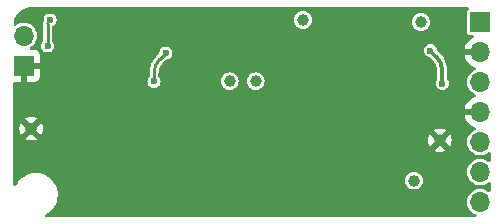
<source format=gbr>
%TF.GenerationSoftware,KiCad,Pcbnew,8.0.7*%
%TF.CreationDate,2025-01-02T14:00:46+01:00*%
%TF.ProjectId,av-to-minitel,61762d74-6f2d-46d6-996e-6974656c2e6b,v0.1*%
%TF.SameCoordinates,Original*%
%TF.FileFunction,Copper,L2,Bot*%
%TF.FilePolarity,Positive*%
%FSLAX46Y46*%
G04 Gerber Fmt 4.6, Leading zero omitted, Abs format (unit mm)*
G04 Created by KiCad (PCBNEW 8.0.7) date 2025-01-02 14:00:46*
%MOMM*%
%LPD*%
G01*
G04 APERTURE LIST*
%TA.AperFunction,ComponentPad*%
%ADD10C,1.000000*%
%TD*%
%TA.AperFunction,ComponentPad*%
%ADD11R,1.700000X1.700000*%
%TD*%
%TA.AperFunction,ComponentPad*%
%ADD12O,1.700000X1.700000*%
%TD*%
%TA.AperFunction,ViaPad*%
%ADD13C,0.600000*%
%TD*%
%TA.AperFunction,Conductor*%
%ADD14C,0.350000*%
%TD*%
%TA.AperFunction,Conductor*%
%ADD15C,0.250000*%
%TD*%
G04 APERTURE END LIST*
D10*
%TO.P,TP3,1,1*%
%TO.N,Net-(U1-COMPOSITESYNCIN)*%
X115000000Y-81200000D03*
%TD*%
%TO.P,TP6,1,1*%
%TO.N,GND*%
X130600000Y-86200000D03*
%TD*%
D11*
%TO.P,J2,1,Pin_1*%
%TO.N,minitel_video_in*%
X134025000Y-76175000D03*
D12*
%TO.P,J2,2,Pin_2*%
%TO.N,GND*%
X134025000Y-78715000D03*
%TO.P,J2,3,Pin_3*%
%TO.N,minitel_sync_in*%
X134025000Y-81255000D03*
%TO.P,J2,4,Pin_4*%
%TO.N,GND*%
X134025000Y-83795000D03*
%TO.P,J2,5,Pin_5*%
%TO.N,unconnected-(J2-Pin_5-Pad5)*%
X134025000Y-86335000D03*
%TO.P,J2,6,Pin_6*%
%TO.N,unconnected-(J2-Pin_6-Pad6)*%
X134025000Y-88875000D03*
%TO.P,J2,7,Pin_7*%
%TO.N,+15V*%
X134025000Y-91415000D03*
%TD*%
D11*
%TO.P,J1,1,Pin_1*%
%TO.N,GND*%
X95375000Y-79875000D03*
D12*
%TO.P,J1,2,Pin_2*%
%TO.N,comp_video_in*%
X95375000Y-77335000D03*
%TD*%
D10*
%TO.P,TP1,1,1*%
%TO.N,+12V*%
X128400000Y-89600000D03*
%TD*%
%TO.P,TP5,1,1*%
%TO.N,minitel_video_in*%
X129000000Y-76175000D03*
%TD*%
%TO.P,TP2,1,1*%
%TO.N,Net-(Q1-C)*%
X119000000Y-76000000D03*
%TD*%
%TO.P,TP7,1,1*%
%TO.N,GND*%
X96000000Y-85200000D03*
%TD*%
%TO.P,TP4,1,1*%
%TO.N,Net-(D2-K)*%
X112800000Y-81200000D03*
%TD*%
D13*
%TO.N,GND*%
X130465952Y-88291750D03*
X127925952Y-75591750D03*
X117765952Y-88291750D03*
X115225952Y-85751750D03*
X110145952Y-90831750D03*
X107605952Y-90831750D03*
X107605952Y-88291750D03*
X105065952Y-90831750D03*
X97445952Y-88291750D03*
X97445952Y-85751750D03*
X97445952Y-83211750D03*
X102600000Y-88000000D03*
X113200000Y-90800000D03*
X120400000Y-78000000D03*
X121000000Y-91800000D03*
X123800000Y-87800000D03*
X102200000Y-82600000D03*
X122400000Y-90200000D03*
X113000000Y-89000000D03*
X121400000Y-83000000D03*
X121800000Y-86200000D03*
X103600000Y-89200000D03*
X111000000Y-87600000D03*
X126000000Y-84000000D03*
%TO.N,+12V*%
X130800000Y-81400000D03*
X129800000Y-78600000D03*
%TO.N,minitel_sync_in*%
X107400000Y-78800000D03*
X106400000Y-81200000D03*
%TO.N,Net-(Q1-C)*%
X97400000Y-78200000D03*
X97600000Y-76000000D03*
%TD*%
D14*
%TO.N,+12V*%
X129800000Y-78600000D02*
X130300000Y-79100000D01*
X130800000Y-80307106D02*
X130800000Y-81400000D01*
X130300000Y-79100000D02*
G75*
G02*
X130799997Y-80307106I-1207100J-1207100D01*
G01*
D15*
%TO.N,minitel_sync_in*%
X106400000Y-81200000D02*
X106400000Y-80500000D01*
X106894974Y-79305025D02*
X107400000Y-78800000D01*
X106894974Y-79305025D02*
G75*
G03*
X106399985Y-80500000I1194926J-1194975D01*
G01*
%TO.N,Net-(Q1-C)*%
X97400000Y-78200000D02*
X97400000Y-76341421D01*
X97600000Y-76000000D02*
X97500000Y-76100000D01*
X97500000Y-76100000D02*
G75*
G03*
X97400009Y-76341421I241400J-241400D01*
G01*
%TD*%
%TA.AperFunction,Conductor*%
%TO.N,GND*%
G36*
X133017686Y-74920185D02*
G01*
X133063441Y-74972989D01*
X133073385Y-75042147D01*
X133044360Y-75105703D01*
X133019538Y-75127602D01*
X132994399Y-75144398D01*
X132939033Y-75227260D01*
X132939032Y-75227264D01*
X132924500Y-75300321D01*
X132924500Y-77049678D01*
X132939032Y-77122735D01*
X132939033Y-77122739D01*
X132939034Y-77122740D01*
X132994399Y-77205601D01*
X133077260Y-77260966D01*
X133077264Y-77260967D01*
X133150321Y-77275499D01*
X133150324Y-77275500D01*
X133150326Y-77275500D01*
X133358318Y-77275500D01*
X133425357Y-77295185D01*
X133471112Y-77347989D01*
X133481056Y-77417147D01*
X133452031Y-77480703D01*
X133410723Y-77511882D01*
X133347422Y-77541399D01*
X133347420Y-77541400D01*
X133153926Y-77676886D01*
X133153920Y-77676891D01*
X132986891Y-77843920D01*
X132986886Y-77843926D01*
X132851400Y-78037420D01*
X132851399Y-78037422D01*
X132751570Y-78251507D01*
X132751567Y-78251513D01*
X132694364Y-78464999D01*
X132694364Y-78465000D01*
X133591988Y-78465000D01*
X133559075Y-78522007D01*
X133525000Y-78649174D01*
X133525000Y-78780826D01*
X133559075Y-78907993D01*
X133591988Y-78965000D01*
X132694364Y-78965000D01*
X132751567Y-79178486D01*
X132751570Y-79178492D01*
X132851399Y-79392578D01*
X132986894Y-79586082D01*
X133153917Y-79753105D01*
X133347421Y-79888600D01*
X133561507Y-79988429D01*
X133561516Y-79988433D01*
X133600583Y-79998901D01*
X133660244Y-80035266D01*
X133690773Y-80098113D01*
X133682479Y-80167488D01*
X133637993Y-80221366D01*
X133613284Y-80234302D01*
X133532373Y-80265647D01*
X133532357Y-80265655D01*
X133358960Y-80373017D01*
X133358958Y-80373019D01*
X133208237Y-80510418D01*
X133085327Y-80673178D01*
X132994422Y-80855739D01*
X132994417Y-80855752D01*
X132938602Y-81051917D01*
X132919785Y-81254999D01*
X132919785Y-81255000D01*
X132938602Y-81458082D01*
X132994417Y-81654247D01*
X132994422Y-81654260D01*
X133085327Y-81836821D01*
X133208237Y-81999581D01*
X133358958Y-82136980D01*
X133358960Y-82136982D01*
X133458141Y-82198392D01*
X133532363Y-82244348D01*
X133613283Y-82275696D01*
X133668685Y-82318269D01*
X133692276Y-82384035D01*
X133676565Y-82452116D01*
X133626542Y-82500895D01*
X133600586Y-82511097D01*
X133561519Y-82521565D01*
X133561507Y-82521570D01*
X133347422Y-82621399D01*
X133347420Y-82621400D01*
X133153926Y-82756886D01*
X133153920Y-82756891D01*
X132986891Y-82923920D01*
X132986886Y-82923926D01*
X132851400Y-83117420D01*
X132851399Y-83117422D01*
X132751570Y-83331507D01*
X132751567Y-83331513D01*
X132694364Y-83544999D01*
X132694364Y-83545000D01*
X133591988Y-83545000D01*
X133559075Y-83602007D01*
X133525000Y-83729174D01*
X133525000Y-83860826D01*
X133559075Y-83987993D01*
X133591988Y-84045000D01*
X132694364Y-84045000D01*
X132751567Y-84258486D01*
X132751570Y-84258492D01*
X132851399Y-84472578D01*
X132986894Y-84666082D01*
X133153917Y-84833105D01*
X133347421Y-84968600D01*
X133561507Y-85068429D01*
X133561516Y-85068433D01*
X133600583Y-85078901D01*
X133660244Y-85115266D01*
X133690773Y-85178113D01*
X133682479Y-85247488D01*
X133637993Y-85301366D01*
X133613284Y-85314302D01*
X133532373Y-85345647D01*
X133532357Y-85345655D01*
X133358960Y-85453017D01*
X133358958Y-85453019D01*
X133208237Y-85590418D01*
X133085327Y-85753178D01*
X132994422Y-85935739D01*
X132994417Y-85935752D01*
X132938602Y-86131917D01*
X132919785Y-86334999D01*
X132919785Y-86335000D01*
X132938602Y-86538082D01*
X132994417Y-86734247D01*
X132994422Y-86734260D01*
X133085327Y-86916821D01*
X133208237Y-87079581D01*
X133358958Y-87216980D01*
X133358960Y-87216982D01*
X133458141Y-87278392D01*
X133532363Y-87324348D01*
X133722544Y-87398024D01*
X133923024Y-87435500D01*
X133923026Y-87435500D01*
X134126974Y-87435500D01*
X134126976Y-87435500D01*
X134327456Y-87398024D01*
X134517637Y-87324348D01*
X134691041Y-87216981D01*
X134691955Y-87216147D01*
X134692491Y-87215886D01*
X134695615Y-87213527D01*
X134696076Y-87214137D01*
X134754756Y-87185525D01*
X134824144Y-87193718D01*
X134878087Y-87238123D01*
X134899460Y-87304643D01*
X134899500Y-87307778D01*
X134899500Y-87902221D01*
X134879815Y-87969260D01*
X134827011Y-88015015D01*
X134757853Y-88024959D01*
X134694297Y-87995934D01*
X134691964Y-87993860D01*
X134691041Y-87993019D01*
X134691039Y-87993017D01*
X134517642Y-87885655D01*
X134517635Y-87885651D01*
X134422546Y-87848814D01*
X134327456Y-87811976D01*
X134126976Y-87774500D01*
X133923024Y-87774500D01*
X133722544Y-87811976D01*
X133722541Y-87811976D01*
X133722541Y-87811977D01*
X133532364Y-87885651D01*
X133532357Y-87885655D01*
X133358960Y-87993017D01*
X133358958Y-87993019D01*
X133208237Y-88130418D01*
X133085327Y-88293178D01*
X132994422Y-88475739D01*
X132994417Y-88475752D01*
X132938602Y-88671917D01*
X132919785Y-88874999D01*
X132919785Y-88875000D01*
X132938602Y-89078082D01*
X132994417Y-89274247D01*
X132994422Y-89274260D01*
X133085327Y-89456821D01*
X133208237Y-89619581D01*
X133358958Y-89756980D01*
X133358960Y-89756982D01*
X133458141Y-89818392D01*
X133532363Y-89864348D01*
X133722544Y-89938024D01*
X133923024Y-89975500D01*
X133923026Y-89975500D01*
X134126974Y-89975500D01*
X134126976Y-89975500D01*
X134327456Y-89938024D01*
X134517637Y-89864348D01*
X134691041Y-89756981D01*
X134691955Y-89756147D01*
X134692491Y-89755886D01*
X134695615Y-89753527D01*
X134696076Y-89754137D01*
X134754756Y-89725525D01*
X134824144Y-89733718D01*
X134878087Y-89778123D01*
X134899460Y-89844643D01*
X134899500Y-89847778D01*
X134899500Y-90442221D01*
X134879815Y-90509260D01*
X134827011Y-90555015D01*
X134757853Y-90564959D01*
X134694297Y-90535934D01*
X134691964Y-90533860D01*
X134691041Y-90533019D01*
X134691039Y-90533017D01*
X134517642Y-90425655D01*
X134517635Y-90425651D01*
X134422546Y-90388814D01*
X134327456Y-90351976D01*
X134126976Y-90314500D01*
X133923024Y-90314500D01*
X133722544Y-90351976D01*
X133722541Y-90351976D01*
X133722541Y-90351977D01*
X133532364Y-90425651D01*
X133532357Y-90425655D01*
X133358960Y-90533017D01*
X133358958Y-90533019D01*
X133208237Y-90670418D01*
X133085327Y-90833178D01*
X132994422Y-91015739D01*
X132994417Y-91015752D01*
X132938602Y-91211917D01*
X132919785Y-91414999D01*
X132919785Y-91415000D01*
X132938602Y-91618082D01*
X132994417Y-91814247D01*
X132994422Y-91814260D01*
X133085327Y-91996821D01*
X133208237Y-92159581D01*
X133358958Y-92296980D01*
X133358960Y-92296982D01*
X133431564Y-92341936D01*
X133532363Y-92404348D01*
X133620354Y-92438435D01*
X133639015Y-92445665D01*
X133694417Y-92488238D01*
X133718007Y-92554005D01*
X133702296Y-92622086D01*
X133652272Y-92670864D01*
X133603067Y-92684976D01*
X133404418Y-92699184D01*
X133395572Y-92699500D01*
X97272899Y-92699500D01*
X97205860Y-92679815D01*
X97160105Y-92627011D01*
X97150161Y-92557853D01*
X97179186Y-92494297D01*
X97216729Y-92465311D01*
X97216696Y-92465254D01*
X97217121Y-92465008D01*
X97218052Y-92464290D01*
X97220203Y-92463228D01*
X97220204Y-92463227D01*
X97220212Y-92463224D01*
X97430289Y-92341936D01*
X97622738Y-92194265D01*
X97794265Y-92022738D01*
X97941936Y-91830289D01*
X98063224Y-91620212D01*
X98156054Y-91396100D01*
X98218838Y-91161789D01*
X98250500Y-90921288D01*
X98250500Y-90678712D01*
X98249408Y-90670421D01*
X98231319Y-90533017D01*
X98218838Y-90438211D01*
X98156054Y-90203900D01*
X98063224Y-89979788D01*
X97941936Y-89769711D01*
X97881018Y-89690321D01*
X97811710Y-89599997D01*
X127644751Y-89599997D01*
X127644751Y-89600002D01*
X127663685Y-89768056D01*
X127719545Y-89927694D01*
X127719547Y-89927697D01*
X127809518Y-90070884D01*
X127809523Y-90070890D01*
X127929109Y-90190476D01*
X127929115Y-90190481D01*
X128072302Y-90280452D01*
X128072305Y-90280454D01*
X128072309Y-90280455D01*
X128072310Y-90280456D01*
X128144913Y-90305860D01*
X128231943Y-90336314D01*
X128399997Y-90355249D01*
X128400000Y-90355249D01*
X128400003Y-90355249D01*
X128568056Y-90336314D01*
X128630397Y-90314500D01*
X128727690Y-90280456D01*
X128727692Y-90280454D01*
X128727694Y-90280454D01*
X128727697Y-90280452D01*
X128870884Y-90190481D01*
X128870885Y-90190480D01*
X128870890Y-90190477D01*
X128990477Y-90070890D01*
X129016567Y-90029368D01*
X129080452Y-89927697D01*
X129080454Y-89927694D01*
X129080454Y-89927692D01*
X129080456Y-89927690D01*
X129136313Y-89768059D01*
X129136313Y-89768058D01*
X129136314Y-89768056D01*
X129155249Y-89600002D01*
X129155249Y-89599997D01*
X129136314Y-89431943D01*
X129080454Y-89272305D01*
X129080452Y-89272302D01*
X128990481Y-89129115D01*
X128990476Y-89129109D01*
X128870890Y-89009523D01*
X128870884Y-89009518D01*
X128727697Y-88919547D01*
X128727694Y-88919545D01*
X128568056Y-88863685D01*
X128400003Y-88844751D01*
X128399997Y-88844751D01*
X128231943Y-88863685D01*
X128072305Y-88919545D01*
X128072302Y-88919547D01*
X127929115Y-89009518D01*
X127929109Y-89009523D01*
X127809523Y-89129109D01*
X127809518Y-89129115D01*
X127719547Y-89272302D01*
X127719545Y-89272305D01*
X127663685Y-89431943D01*
X127644751Y-89599997D01*
X97811710Y-89599997D01*
X97794266Y-89577263D01*
X97794260Y-89577256D01*
X97622743Y-89405739D01*
X97622736Y-89405733D01*
X97430293Y-89258067D01*
X97430292Y-89258066D01*
X97430289Y-89258064D01*
X97220212Y-89136776D01*
X97201705Y-89129110D01*
X96996104Y-89043947D01*
X96761785Y-88981161D01*
X96521289Y-88949500D01*
X96521288Y-88949500D01*
X96278712Y-88949500D01*
X96278711Y-88949500D01*
X96038214Y-88981161D01*
X95803895Y-89043947D01*
X95579794Y-89136773D01*
X95579785Y-89136777D01*
X95369706Y-89258067D01*
X95177263Y-89405733D01*
X95177256Y-89405739D01*
X95005739Y-89577256D01*
X95005733Y-89577263D01*
X94858067Y-89769706D01*
X94736775Y-89979788D01*
X94735707Y-89981955D01*
X94735218Y-89982486D01*
X94734746Y-89983304D01*
X94734562Y-89983198D01*
X94688396Y-90033370D01*
X94620799Y-90051045D01*
X94554377Y-90029368D01*
X94510218Y-89975222D01*
X94500500Y-89927100D01*
X94500500Y-87062075D01*
X130091476Y-87062075D01*
X130215462Y-87128348D01*
X130403969Y-87185531D01*
X130403965Y-87185531D01*
X130600000Y-87204838D01*
X130796032Y-87185531D01*
X130984537Y-87128348D01*
X131108523Y-87062076D01*
X131108523Y-87062075D01*
X130600001Y-86553553D01*
X130600000Y-86553553D01*
X130091476Y-87062075D01*
X94500500Y-87062075D01*
X94500500Y-86062075D01*
X95491476Y-86062075D01*
X95615462Y-86128348D01*
X95803969Y-86185531D01*
X95803965Y-86185531D01*
X96000000Y-86204838D01*
X96049122Y-86200000D01*
X129595161Y-86200000D01*
X129614468Y-86396032D01*
X129671651Y-86584539D01*
X129737922Y-86708523D01*
X129737923Y-86708523D01*
X130246446Y-86200000D01*
X130246446Y-86199999D01*
X130196719Y-86150272D01*
X130350000Y-86150272D01*
X130350000Y-86249728D01*
X130388060Y-86341614D01*
X130458386Y-86411940D01*
X130550272Y-86450000D01*
X130649728Y-86450000D01*
X130741614Y-86411940D01*
X130811940Y-86341614D01*
X130850000Y-86249728D01*
X130850000Y-86199999D01*
X130953553Y-86199999D01*
X130953553Y-86200000D01*
X131462076Y-86708523D01*
X131528348Y-86584537D01*
X131585531Y-86396032D01*
X131604838Y-86200000D01*
X131585531Y-86003967D01*
X131528348Y-85815462D01*
X131462075Y-85691476D01*
X130953553Y-86199999D01*
X130850000Y-86199999D01*
X130850000Y-86150272D01*
X130811940Y-86058386D01*
X130741614Y-85988060D01*
X130649728Y-85950000D01*
X130550272Y-85950000D01*
X130458386Y-85988060D01*
X130388060Y-86058386D01*
X130350000Y-86150272D01*
X130196719Y-86150272D01*
X129737923Y-85691476D01*
X129671649Y-85815466D01*
X129614468Y-86003967D01*
X129595161Y-86200000D01*
X96049122Y-86200000D01*
X96196032Y-86185531D01*
X96384537Y-86128348D01*
X96508523Y-86062076D01*
X96508523Y-86062075D01*
X96000001Y-85553553D01*
X96000000Y-85553553D01*
X95491476Y-86062075D01*
X94500500Y-86062075D01*
X94500500Y-85200000D01*
X94995161Y-85200000D01*
X95014468Y-85396032D01*
X95071651Y-85584539D01*
X95137922Y-85708523D01*
X95137923Y-85708523D01*
X95646446Y-85200000D01*
X95646446Y-85199999D01*
X95596719Y-85150272D01*
X95750000Y-85150272D01*
X95750000Y-85249728D01*
X95788060Y-85341614D01*
X95858386Y-85411940D01*
X95950272Y-85450000D01*
X96049728Y-85450000D01*
X96141614Y-85411940D01*
X96211940Y-85341614D01*
X96250000Y-85249728D01*
X96250000Y-85199999D01*
X96353553Y-85199999D01*
X96353553Y-85200000D01*
X96862075Y-85708523D01*
X96862076Y-85708523D01*
X96928348Y-85584537D01*
X96985531Y-85396032D01*
X96991254Y-85337923D01*
X130091476Y-85337923D01*
X130600000Y-85846446D01*
X130600001Y-85846446D01*
X131108523Y-85337923D01*
X131108523Y-85337922D01*
X130984539Y-85271651D01*
X130796030Y-85214468D01*
X130796034Y-85214468D01*
X130600000Y-85195161D01*
X130403967Y-85214468D01*
X130215466Y-85271649D01*
X130091476Y-85337923D01*
X96991254Y-85337923D01*
X97004838Y-85200000D01*
X96985531Y-85003967D01*
X96928348Y-84815462D01*
X96862075Y-84691476D01*
X96353553Y-85199999D01*
X96250000Y-85199999D01*
X96250000Y-85150272D01*
X96211940Y-85058386D01*
X96141614Y-84988060D01*
X96049728Y-84950000D01*
X95950272Y-84950000D01*
X95858386Y-84988060D01*
X95788060Y-85058386D01*
X95750000Y-85150272D01*
X95596719Y-85150272D01*
X95137923Y-84691476D01*
X95071649Y-84815466D01*
X95014468Y-85003967D01*
X94995161Y-85200000D01*
X94500500Y-85200000D01*
X94500500Y-84337923D01*
X95491476Y-84337923D01*
X96000000Y-84846446D01*
X96000001Y-84846446D01*
X96508523Y-84337923D01*
X96508523Y-84337922D01*
X96384539Y-84271651D01*
X96196030Y-84214468D01*
X96196034Y-84214468D01*
X96000000Y-84195161D01*
X95803967Y-84214468D01*
X95615466Y-84271649D01*
X95491476Y-84337923D01*
X94500500Y-84337923D01*
X94500500Y-81349000D01*
X94520185Y-81281961D01*
X94572989Y-81236206D01*
X94624500Y-81225000D01*
X95125000Y-81225000D01*
X95125000Y-80308012D01*
X95182007Y-80340925D01*
X95309174Y-80375000D01*
X95440826Y-80375000D01*
X95567993Y-80340925D01*
X95625000Y-80308012D01*
X95625000Y-81225000D01*
X96272828Y-81225000D01*
X96272844Y-81224999D01*
X96332372Y-81218598D01*
X96332379Y-81218596D01*
X96382238Y-81200000D01*
X105844750Y-81200000D01*
X105852160Y-81256287D01*
X105863670Y-81343708D01*
X105863671Y-81343712D01*
X105919137Y-81477622D01*
X105919138Y-81477624D01*
X105919139Y-81477625D01*
X106007379Y-81592621D01*
X106122375Y-81680861D01*
X106256291Y-81736330D01*
X106383280Y-81753048D01*
X106399999Y-81755250D01*
X106400000Y-81755250D01*
X106400001Y-81755250D01*
X106414977Y-81753278D01*
X106543709Y-81736330D01*
X106677625Y-81680861D01*
X106792621Y-81592621D01*
X106880861Y-81477625D01*
X106936330Y-81343709D01*
X106955250Y-81200000D01*
X106955250Y-81199997D01*
X112044751Y-81199997D01*
X112044751Y-81200002D01*
X112063685Y-81368056D01*
X112119545Y-81527694D01*
X112119547Y-81527697D01*
X112209518Y-81670884D01*
X112209523Y-81670890D01*
X112329109Y-81790476D01*
X112329115Y-81790481D01*
X112472302Y-81880452D01*
X112472305Y-81880454D01*
X112472309Y-81880455D01*
X112472310Y-81880456D01*
X112544913Y-81905860D01*
X112631943Y-81936314D01*
X112799997Y-81955249D01*
X112800000Y-81955249D01*
X112800003Y-81955249D01*
X112968056Y-81936314D01*
X113005751Y-81923124D01*
X113127690Y-81880456D01*
X113127692Y-81880454D01*
X113127694Y-81880454D01*
X113127697Y-81880452D01*
X113270884Y-81790481D01*
X113270885Y-81790480D01*
X113270890Y-81790477D01*
X113390477Y-81670890D01*
X113390481Y-81670884D01*
X113480452Y-81527697D01*
X113480454Y-81527694D01*
X113480454Y-81527692D01*
X113480456Y-81527690D01*
X113536313Y-81368059D01*
X113536313Y-81368058D01*
X113536314Y-81368056D01*
X113555249Y-81200002D01*
X113555249Y-81199997D01*
X114244751Y-81199997D01*
X114244751Y-81200002D01*
X114263685Y-81368056D01*
X114319545Y-81527694D01*
X114319547Y-81527697D01*
X114409518Y-81670884D01*
X114409523Y-81670890D01*
X114529109Y-81790476D01*
X114529115Y-81790481D01*
X114672302Y-81880452D01*
X114672305Y-81880454D01*
X114672309Y-81880455D01*
X114672310Y-81880456D01*
X114744913Y-81905860D01*
X114831943Y-81936314D01*
X114999997Y-81955249D01*
X115000000Y-81955249D01*
X115000003Y-81955249D01*
X115168056Y-81936314D01*
X115205751Y-81923124D01*
X115327690Y-81880456D01*
X115327692Y-81880454D01*
X115327694Y-81880454D01*
X115327697Y-81880452D01*
X115470884Y-81790481D01*
X115470885Y-81790480D01*
X115470890Y-81790477D01*
X115590477Y-81670890D01*
X115590481Y-81670884D01*
X115680452Y-81527697D01*
X115680454Y-81527694D01*
X115680454Y-81527692D01*
X115680456Y-81527690D01*
X115736313Y-81368059D01*
X115736313Y-81368058D01*
X115736314Y-81368056D01*
X115755249Y-81200002D01*
X115755249Y-81199997D01*
X115736314Y-81031943D01*
X115680454Y-80872305D01*
X115680452Y-80872302D01*
X115590481Y-80729115D01*
X115590476Y-80729109D01*
X115470890Y-80609523D01*
X115470884Y-80609518D01*
X115327697Y-80519547D01*
X115327694Y-80519545D01*
X115168056Y-80463685D01*
X115000003Y-80444751D01*
X114999997Y-80444751D01*
X114831943Y-80463685D01*
X114672305Y-80519545D01*
X114672302Y-80519547D01*
X114529115Y-80609518D01*
X114529109Y-80609523D01*
X114409523Y-80729109D01*
X114409518Y-80729115D01*
X114319547Y-80872302D01*
X114319545Y-80872305D01*
X114263685Y-81031943D01*
X114244751Y-81199997D01*
X113555249Y-81199997D01*
X113536314Y-81031943D01*
X113480454Y-80872305D01*
X113480452Y-80872302D01*
X113390481Y-80729115D01*
X113390476Y-80729109D01*
X113270890Y-80609523D01*
X113270884Y-80609518D01*
X113127697Y-80519547D01*
X113127694Y-80519545D01*
X112968056Y-80463685D01*
X112800003Y-80444751D01*
X112799997Y-80444751D01*
X112631943Y-80463685D01*
X112472305Y-80519545D01*
X112472302Y-80519547D01*
X112329115Y-80609518D01*
X112329109Y-80609523D01*
X112209523Y-80729109D01*
X112209518Y-80729115D01*
X112119547Y-80872302D01*
X112119545Y-80872305D01*
X112063685Y-81031943D01*
X112044751Y-81199997D01*
X106955250Y-81199997D01*
X106936330Y-81056291D01*
X106880861Y-80922375D01*
X106801123Y-80818459D01*
X106775930Y-80753291D01*
X106775500Y-80742974D01*
X106775500Y-80504066D01*
X106775765Y-80495957D01*
X106781729Y-80404959D01*
X106786214Y-80336525D01*
X106788329Y-80320468D01*
X106818705Y-80167762D01*
X106822896Y-80152117D01*
X106872945Y-80004683D01*
X106879152Y-79989700D01*
X106907130Y-79932968D01*
X106948014Y-79850064D01*
X106956123Y-79836022D01*
X106974063Y-79809174D01*
X107042622Y-79706571D01*
X107052478Y-79693728D01*
X107157996Y-79573412D01*
X107163511Y-79567525D01*
X107198663Y-79532374D01*
X107198663Y-79532373D01*
X107205724Y-79525313D01*
X107205730Y-79525306D01*
X107342352Y-79388683D01*
X107403673Y-79355200D01*
X107413839Y-79353427D01*
X107543709Y-79336330D01*
X107677625Y-79280861D01*
X107792621Y-79192621D01*
X107880861Y-79077625D01*
X107936330Y-78943709D01*
X107955250Y-78800000D01*
X107936330Y-78656291D01*
X107913014Y-78600000D01*
X129244750Y-78600000D01*
X129262698Y-78736329D01*
X129263670Y-78743708D01*
X129263671Y-78743712D01*
X129319137Y-78877622D01*
X129319138Y-78877624D01*
X129319139Y-78877625D01*
X129407379Y-78992621D01*
X129522375Y-79080861D01*
X129656291Y-79136330D01*
X129704719Y-79142705D01*
X129768615Y-79170971D01*
X129776215Y-79177963D01*
X129995676Y-79397424D01*
X130002285Y-79404573D01*
X130111435Y-79532372D01*
X130123397Y-79546377D01*
X130134830Y-79562114D01*
X130173367Y-79625000D01*
X130229712Y-79716947D01*
X130238545Y-79734283D01*
X130308037Y-79902050D01*
X130314050Y-79920556D01*
X130356440Y-80097127D01*
X130359484Y-80116346D01*
X130374117Y-80302285D01*
X130374499Y-80312013D01*
X130374499Y-80378269D01*
X130374500Y-80378282D01*
X130374500Y-81008134D01*
X130354815Y-81075173D01*
X130348876Y-81083620D01*
X130319138Y-81122374D01*
X130263671Y-81256287D01*
X130263670Y-81256291D01*
X130244750Y-81399999D01*
X130244750Y-81400000D01*
X130263670Y-81543708D01*
X130263671Y-81543712D01*
X130319137Y-81677622D01*
X130319138Y-81677624D01*
X130319139Y-81677625D01*
X130407379Y-81792621D01*
X130522375Y-81880861D01*
X130656291Y-81936330D01*
X130783280Y-81953048D01*
X130799999Y-81955250D01*
X130800000Y-81955250D01*
X130800001Y-81955250D01*
X130814977Y-81953278D01*
X130943709Y-81936330D01*
X131077625Y-81880861D01*
X131192621Y-81792621D01*
X131280861Y-81677625D01*
X131336330Y-81543709D01*
X131355250Y-81400000D01*
X131336330Y-81256291D01*
X131280861Y-81122375D01*
X131280861Y-81122374D01*
X131251124Y-81083620D01*
X131225930Y-81018450D01*
X131225500Y-81008134D01*
X131225500Y-80243509D01*
X131225497Y-80243459D01*
X131225497Y-80187340D01*
X131225496Y-80187336D01*
X131221796Y-80154500D01*
X131216402Y-80106618D01*
X131198680Y-79949324D01*
X131198679Y-79949323D01*
X131198679Y-79949320D01*
X131145379Y-79715796D01*
X131066268Y-79489708D01*
X131066265Y-79489701D01*
X130962344Y-79273905D01*
X130911270Y-79192621D01*
X130834904Y-79071084D01*
X130685560Y-78883813D01*
X130685559Y-78883812D01*
X130685556Y-78883808D01*
X130377963Y-78576215D01*
X130344478Y-78514892D01*
X130342707Y-78504731D01*
X130336330Y-78456291D01*
X130280861Y-78322375D01*
X130192621Y-78207379D01*
X130077625Y-78119139D01*
X130077624Y-78119138D01*
X130077622Y-78119137D01*
X129943712Y-78063671D01*
X129943710Y-78063670D01*
X129943709Y-78063670D01*
X129871854Y-78054210D01*
X129800001Y-78044750D01*
X129799999Y-78044750D01*
X129656291Y-78063670D01*
X129656287Y-78063671D01*
X129522377Y-78119137D01*
X129407379Y-78207379D01*
X129319137Y-78322377D01*
X129263671Y-78456287D01*
X129263670Y-78456291D01*
X129245722Y-78592620D01*
X129244750Y-78600000D01*
X107913014Y-78600000D01*
X107887121Y-78537489D01*
X107880862Y-78522377D01*
X107880861Y-78522376D01*
X107880861Y-78522375D01*
X107792621Y-78407379D01*
X107677625Y-78319139D01*
X107677624Y-78319138D01*
X107677622Y-78319137D01*
X107543712Y-78263671D01*
X107543710Y-78263670D01*
X107543709Y-78263670D01*
X107451324Y-78251507D01*
X107400001Y-78244750D01*
X107399999Y-78244750D01*
X107256291Y-78263670D01*
X107256287Y-78263671D01*
X107122377Y-78319137D01*
X107007379Y-78407379D01*
X106919137Y-78522377D01*
X106863671Y-78656287D01*
X106863670Y-78656292D01*
X106846573Y-78786150D01*
X106818306Y-78850047D01*
X106811315Y-78857645D01*
X106589073Y-79079887D01*
X106588917Y-79080064D01*
X106547449Y-79121531D01*
X106402807Y-79302900D01*
X106279379Y-79499328D01*
X106246545Y-79567508D01*
X106179568Y-79706584D01*
X106178718Y-79708348D01*
X106102099Y-79927306D01*
X106102096Y-79927315D01*
X106050473Y-80153484D01*
X106024501Y-80383999D01*
X106024500Y-80384004D01*
X106024500Y-80742974D01*
X106004815Y-80810013D01*
X105998882Y-80818452D01*
X105970261Y-80855752D01*
X105919137Y-80922377D01*
X105863671Y-81056287D01*
X105863670Y-81056291D01*
X105844750Y-81200000D01*
X96382238Y-81200000D01*
X96467086Y-81168354D01*
X96467093Y-81168350D01*
X96582187Y-81082190D01*
X96582190Y-81082187D01*
X96668350Y-80967093D01*
X96668354Y-80967086D01*
X96718596Y-80832379D01*
X96718598Y-80832372D01*
X96724999Y-80772844D01*
X96725000Y-80772827D01*
X96725000Y-80125000D01*
X95808012Y-80125000D01*
X95840925Y-80067993D01*
X95875000Y-79940826D01*
X95875000Y-79809174D01*
X95840925Y-79682007D01*
X95808012Y-79625000D01*
X96725000Y-79625000D01*
X96725000Y-78977172D01*
X96724999Y-78977155D01*
X96718598Y-78917627D01*
X96718596Y-78917620D01*
X96668354Y-78782913D01*
X96668350Y-78782906D01*
X96582190Y-78667812D01*
X96582187Y-78667809D01*
X96467093Y-78581649D01*
X96467086Y-78581645D01*
X96332379Y-78531403D01*
X96332372Y-78531401D01*
X96272844Y-78525000D01*
X95979388Y-78525000D01*
X95912349Y-78505315D01*
X95866594Y-78452511D01*
X95856650Y-78383353D01*
X95885675Y-78319797D01*
X95914111Y-78295573D01*
X96041039Y-78216982D01*
X96041038Y-78216982D01*
X96041041Y-78216981D01*
X96059668Y-78200000D01*
X96844750Y-78200000D01*
X96853132Y-78263670D01*
X96863670Y-78343708D01*
X96863671Y-78343712D01*
X96919137Y-78477622D01*
X96919138Y-78477624D01*
X96919139Y-78477625D01*
X97007379Y-78592621D01*
X97122375Y-78680861D01*
X97256291Y-78736330D01*
X97383280Y-78753048D01*
X97399999Y-78755250D01*
X97400000Y-78755250D01*
X97400001Y-78755250D01*
X97414977Y-78753278D01*
X97543709Y-78736330D01*
X97677625Y-78680861D01*
X97792621Y-78592621D01*
X97880861Y-78477625D01*
X97936330Y-78343709D01*
X97955250Y-78200000D01*
X97936330Y-78056291D01*
X97880861Y-77922375D01*
X97801123Y-77818459D01*
X97775930Y-77753291D01*
X97775500Y-77742974D01*
X97775500Y-76606015D01*
X97795185Y-76538976D01*
X97847989Y-76493221D01*
X97851970Y-76491486D01*
X97877625Y-76480861D01*
X97992621Y-76392621D01*
X98080861Y-76277625D01*
X98136330Y-76143709D01*
X98155250Y-76000000D01*
X98155250Y-75999997D01*
X118244751Y-75999997D01*
X118244751Y-76000002D01*
X118263685Y-76168056D01*
X118319545Y-76327694D01*
X118319547Y-76327697D01*
X118409518Y-76470884D01*
X118409523Y-76470890D01*
X118529109Y-76590476D01*
X118529115Y-76590481D01*
X118672302Y-76680452D01*
X118672305Y-76680454D01*
X118672309Y-76680455D01*
X118672310Y-76680456D01*
X118744913Y-76705860D01*
X118831943Y-76736314D01*
X118999997Y-76755249D01*
X119000000Y-76755249D01*
X119000003Y-76755249D01*
X119168056Y-76736314D01*
X119168059Y-76736313D01*
X119327690Y-76680456D01*
X119327692Y-76680454D01*
X119327694Y-76680454D01*
X119327697Y-76680452D01*
X119470884Y-76590481D01*
X119470885Y-76590480D01*
X119470890Y-76590477D01*
X119590477Y-76470890D01*
X119601706Y-76453019D01*
X119680452Y-76327697D01*
X119680454Y-76327694D01*
X119680454Y-76327692D01*
X119680456Y-76327690D01*
X119733885Y-76174997D01*
X128244751Y-76174997D01*
X128244751Y-76175002D01*
X128263685Y-76343056D01*
X128319545Y-76502694D01*
X128319547Y-76502697D01*
X128409518Y-76645884D01*
X128409523Y-76645890D01*
X128529109Y-76765476D01*
X128529115Y-76765481D01*
X128672302Y-76855452D01*
X128672305Y-76855454D01*
X128672309Y-76855455D01*
X128672310Y-76855456D01*
X128744913Y-76880860D01*
X128831943Y-76911314D01*
X128999997Y-76930249D01*
X129000000Y-76930249D01*
X129000003Y-76930249D01*
X129168056Y-76911314D01*
X129168059Y-76911313D01*
X129327690Y-76855456D01*
X129327692Y-76855454D01*
X129327694Y-76855454D01*
X129327697Y-76855452D01*
X129470884Y-76765481D01*
X129470885Y-76765480D01*
X129470890Y-76765477D01*
X129590477Y-76645890D01*
X129590481Y-76645884D01*
X129680452Y-76502697D01*
X129680454Y-76502694D01*
X129680454Y-76502692D01*
X129680456Y-76502690D01*
X129736313Y-76343059D01*
X129736313Y-76343058D01*
X129736314Y-76343056D01*
X129755249Y-76175002D01*
X129755249Y-76174997D01*
X129736314Y-76006943D01*
X129705860Y-75919913D01*
X129680456Y-75847310D01*
X129680455Y-75847309D01*
X129680454Y-75847305D01*
X129680452Y-75847302D01*
X129590481Y-75704115D01*
X129590476Y-75704109D01*
X129470890Y-75584523D01*
X129470884Y-75584518D01*
X129327697Y-75494547D01*
X129327694Y-75494545D01*
X129168056Y-75438685D01*
X129000003Y-75419751D01*
X128999997Y-75419751D01*
X128831943Y-75438685D01*
X128672305Y-75494545D01*
X128672302Y-75494547D01*
X128529115Y-75584518D01*
X128529109Y-75584523D01*
X128409523Y-75704109D01*
X128409518Y-75704115D01*
X128319547Y-75847302D01*
X128319545Y-75847305D01*
X128263685Y-76006943D01*
X128244751Y-76174997D01*
X119733885Y-76174997D01*
X119736313Y-76168059D01*
X119736313Y-76168058D01*
X119736314Y-76168056D01*
X119755249Y-76000002D01*
X119755249Y-75999997D01*
X119736314Y-75831943D01*
X119680454Y-75672305D01*
X119680452Y-75672302D01*
X119590481Y-75529115D01*
X119590476Y-75529109D01*
X119470890Y-75409523D01*
X119470884Y-75409518D01*
X119327697Y-75319547D01*
X119327694Y-75319545D01*
X119168056Y-75263685D01*
X119000003Y-75244751D01*
X118999997Y-75244751D01*
X118831943Y-75263685D01*
X118672305Y-75319545D01*
X118672302Y-75319547D01*
X118529115Y-75409518D01*
X118529109Y-75409523D01*
X118409523Y-75529109D01*
X118409518Y-75529115D01*
X118319547Y-75672302D01*
X118319545Y-75672305D01*
X118263685Y-75831943D01*
X118244751Y-75999997D01*
X98155250Y-75999997D01*
X98136330Y-75856291D01*
X98080861Y-75722375D01*
X97992621Y-75607379D01*
X97877625Y-75519139D01*
X97877624Y-75519138D01*
X97877622Y-75519137D01*
X97743712Y-75463671D01*
X97743710Y-75463670D01*
X97743709Y-75463670D01*
X97671854Y-75454210D01*
X97600001Y-75444750D01*
X97599999Y-75444750D01*
X97456291Y-75463670D01*
X97456287Y-75463671D01*
X97322377Y-75519137D01*
X97207379Y-75607379D01*
X97119137Y-75722377D01*
X97063671Y-75856287D01*
X97063670Y-75856291D01*
X97044750Y-75999999D01*
X97044750Y-76000002D01*
X97055608Y-76082482D01*
X97052033Y-76126102D01*
X97053230Y-76126340D01*
X97024496Y-76270829D01*
X97024500Y-76334109D01*
X97024500Y-77742974D01*
X97004815Y-77810013D01*
X96998882Y-77818452D01*
X96955235Y-77875333D01*
X96919137Y-77922377D01*
X96863671Y-78056287D01*
X96863670Y-78056291D01*
X96844750Y-78200000D01*
X96059668Y-78200000D01*
X96191764Y-78079579D01*
X96314673Y-77916821D01*
X96405582Y-77734250D01*
X96461397Y-77538083D01*
X96480215Y-77335000D01*
X96461397Y-77131917D01*
X96405582Y-76935750D01*
X96393414Y-76911314D01*
X96361272Y-76846764D01*
X96314673Y-76753179D01*
X96203540Y-76606015D01*
X96191762Y-76590418D01*
X96041041Y-76453019D01*
X96041039Y-76453017D01*
X95867642Y-76345655D01*
X95867635Y-76345651D01*
X95772546Y-76308814D01*
X95677456Y-76271976D01*
X95476976Y-76234500D01*
X95273024Y-76234500D01*
X95072544Y-76271976D01*
X95072541Y-76271976D01*
X95072541Y-76271977D01*
X94882364Y-76345651D01*
X94882357Y-76345655D01*
X94708960Y-76453017D01*
X94704385Y-76456473D01*
X94703171Y-76454865D01*
X94648442Y-76481535D01*
X94579056Y-76473325D01*
X94525124Y-76428906D01*
X94503768Y-76362380D01*
X94504045Y-76350431D01*
X94504387Y-76345651D01*
X94515130Y-76195436D01*
X94517646Y-76177938D01*
X94559356Y-75986199D01*
X94564333Y-75969248D01*
X94632911Y-75785385D01*
X94640259Y-75769298D01*
X94693221Y-75672305D01*
X94734291Y-75597089D01*
X94743845Y-75582221D01*
X94861448Y-75425123D01*
X94873020Y-75411769D01*
X95011769Y-75273020D01*
X95025123Y-75261448D01*
X95182221Y-75143845D01*
X95197089Y-75134291D01*
X95369298Y-75040258D01*
X95385385Y-75032911D01*
X95569248Y-74964333D01*
X95586199Y-74959356D01*
X95777938Y-74917646D01*
X95795436Y-74915130D01*
X95995582Y-74900816D01*
X96004428Y-74900500D01*
X96065892Y-74900500D01*
X132950647Y-74900500D01*
X133017686Y-74920185D01*
G37*
%TD.AperFunction*%
%TD*%
M02*

</source>
